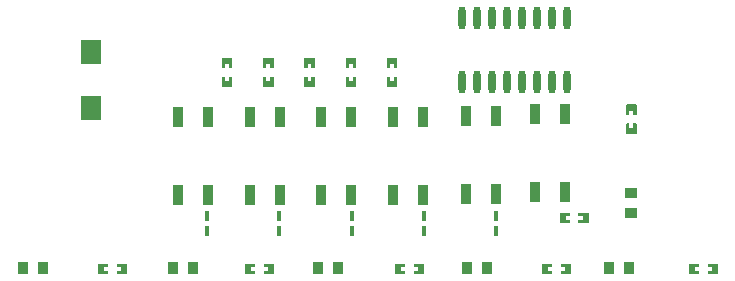
<source format=gtp>
G04 Layer: TopPasteMaskLayer*
G04 EasyEDA v6.5.29, 2023-07-15 16:34:33*
G04 ff16eedd4ae041ca9ad6f45f5caac9ae,10*
G04 Gerber Generator version 0.2*
G04 Scale: 100 percent, Rotated: No, Reflected: No *
G04 Dimensions in millimeters *
G04 leading zeros omitted , absolute positions ,4 integer and 5 decimal *
%FSLAX45Y45*%
%MOMM*%

%AMMACRO1*21,1,$1,$2,0,0,$3*%
%ADD10MACRO1,0.36X0.93X0.0000*%
%ADD11MACRO1,1.62X2.0464X0.0000*%
%ADD12R,0.8999X1.0000*%
%ADD13R,1.0000X0.8999*%
%ADD14R,0.9500X1.7000*%
%ADD15O,0.6020054X1.9709892*%
%ADD16O,0.0109X1.9709892*%

%LPD*%
G36*
X6160922Y6496608D02*
G01*
X6155893Y6491579D01*
X6155893Y6468821D01*
X6192875Y6468821D01*
X6192875Y6435801D01*
X6155893Y6435801D01*
X6155893Y6411620D01*
X6160922Y6406591D01*
X6240881Y6406591D01*
X6245910Y6411620D01*
X6245910Y6491579D01*
X6240881Y6496608D01*
G37*
G36*
X6001918Y6496608D02*
G01*
X5996889Y6491579D01*
X5996889Y6411620D01*
X6001918Y6406591D01*
X6080912Y6406591D01*
X6085890Y6411620D01*
X6085890Y6435801D01*
X6047892Y6435801D01*
X6047892Y6468821D01*
X6085890Y6468821D01*
X6085890Y6491579D01*
X6080912Y6496608D01*
G37*
G36*
X3490620Y7808010D02*
G01*
X3485591Y7802981D01*
X3485591Y7723022D01*
X3490620Y7717993D01*
X3513429Y7717993D01*
X3513429Y7755026D01*
X3546398Y7755026D01*
X3546398Y7717993D01*
X3570630Y7717993D01*
X3575608Y7723022D01*
X3575608Y7802981D01*
X3570630Y7808010D01*
G37*
G36*
X3490620Y7647990D02*
G01*
X3485591Y7643012D01*
X3485591Y7564018D01*
X3490620Y7558989D01*
X3570630Y7558989D01*
X3575608Y7564018D01*
X3575608Y7643012D01*
X3570630Y7647990D01*
X3546398Y7647990D01*
X3546398Y7609992D01*
X3513429Y7609992D01*
X3513429Y7647990D01*
G37*
G36*
X3141370Y7808010D02*
G01*
X3136341Y7802981D01*
X3136341Y7723022D01*
X3141370Y7717993D01*
X3164128Y7717993D01*
X3164128Y7755026D01*
X3197148Y7755026D01*
X3197148Y7717993D01*
X3221329Y7717993D01*
X3226358Y7723022D01*
X3226358Y7802981D01*
X3221329Y7808010D01*
G37*
G36*
X3141370Y7647990D02*
G01*
X3136341Y7643012D01*
X3136341Y7564018D01*
X3141370Y7558989D01*
X3221329Y7558989D01*
X3226358Y7564018D01*
X3226358Y7643012D01*
X3221329Y7647990D01*
X3197148Y7647990D01*
X3197148Y7609992D01*
X3164128Y7609992D01*
X3164128Y7647990D01*
G37*
G36*
X3839870Y7808010D02*
G01*
X3834841Y7802981D01*
X3834841Y7723022D01*
X3839870Y7717993D01*
X3862628Y7717993D01*
X3862628Y7755026D01*
X3895648Y7755026D01*
X3895648Y7717993D01*
X3919829Y7717993D01*
X3924858Y7723022D01*
X3924858Y7802981D01*
X3919829Y7808010D01*
G37*
G36*
X3839870Y7647990D02*
G01*
X3834841Y7643012D01*
X3834841Y7564018D01*
X3839870Y7558989D01*
X3919829Y7558989D01*
X3924858Y7564018D01*
X3924858Y7643012D01*
X3919829Y7647990D01*
X3895648Y7647990D01*
X3895648Y7609992D01*
X3862628Y7609992D01*
X3862628Y7647990D01*
G37*
G36*
X4538370Y7808010D02*
G01*
X4533341Y7802981D01*
X4533341Y7723022D01*
X4538370Y7717993D01*
X4561128Y7717993D01*
X4561128Y7755026D01*
X4594148Y7755026D01*
X4594148Y7717993D01*
X4618329Y7717993D01*
X4623358Y7723022D01*
X4623358Y7802981D01*
X4618329Y7808010D01*
G37*
G36*
X4538370Y7647990D02*
G01*
X4533341Y7643012D01*
X4533341Y7564018D01*
X4538370Y7558989D01*
X4618329Y7558989D01*
X4623358Y7564018D01*
X4623358Y7643012D01*
X4618329Y7647990D01*
X4594148Y7647990D01*
X4594148Y7609992D01*
X4561128Y7609992D01*
X4561128Y7647990D01*
G37*
G36*
X4189120Y7808010D02*
G01*
X4184091Y7802981D01*
X4184091Y7723022D01*
X4189120Y7717993D01*
X4211878Y7717993D01*
X4211878Y7755026D01*
X4244898Y7755026D01*
X4244898Y7717993D01*
X4269079Y7717993D01*
X4274108Y7723022D01*
X4274108Y7802981D01*
X4269079Y7808010D01*
G37*
G36*
X4189120Y7647990D02*
G01*
X4184091Y7643012D01*
X4184091Y7564018D01*
X4189120Y7558989D01*
X4269079Y7558989D01*
X4274108Y7564018D01*
X4274108Y7643012D01*
X4269079Y7647990D01*
X4244898Y7647990D01*
X4244898Y7609992D01*
X4211878Y7609992D01*
X4211878Y7647990D01*
G37*
G36*
X3334918Y6064808D02*
G01*
X3329889Y6059779D01*
X3329889Y5979820D01*
X3334918Y5974791D01*
X3414877Y5974791D01*
X3419906Y5979820D01*
X3419906Y6002578D01*
X3382924Y6002578D01*
X3382924Y6035598D01*
X3419906Y6035598D01*
X3419906Y6059779D01*
X3414877Y6064808D01*
G37*
G36*
X3494887Y6064808D02*
G01*
X3489909Y6059779D01*
X3489909Y6035598D01*
X3527907Y6035598D01*
X3527907Y6002578D01*
X3489909Y6002578D01*
X3489909Y5979820D01*
X3494887Y5974791D01*
X3573881Y5974791D01*
X3578910Y5979820D01*
X3578910Y6059779D01*
X3573881Y6064808D01*
G37*
G36*
X2090318Y6064808D02*
G01*
X2085289Y6059779D01*
X2085289Y5979820D01*
X2090318Y5974791D01*
X2170277Y5974791D01*
X2175306Y5979820D01*
X2175306Y6002578D01*
X2138324Y6002578D01*
X2138324Y6035598D01*
X2175306Y6035598D01*
X2175306Y6059779D01*
X2170277Y6064808D01*
G37*
G36*
X2250287Y6064808D02*
G01*
X2245309Y6059779D01*
X2245309Y6035598D01*
X2283307Y6035598D01*
X2283307Y6002578D01*
X2245309Y6002578D01*
X2245309Y5979820D01*
X2250287Y5974791D01*
X2329281Y5974791D01*
X2334310Y5979820D01*
X2334310Y6059779D01*
X2329281Y6064808D01*
G37*
G36*
X4604918Y6064808D02*
G01*
X4599889Y6059779D01*
X4599889Y5979820D01*
X4604918Y5974791D01*
X4684877Y5974791D01*
X4689906Y5979820D01*
X4689906Y6002578D01*
X4652924Y6002578D01*
X4652924Y6035598D01*
X4689906Y6035598D01*
X4689906Y6059779D01*
X4684877Y6064808D01*
G37*
G36*
X4764887Y6064808D02*
G01*
X4759909Y6059779D01*
X4759909Y6035598D01*
X4797907Y6035598D01*
X4797907Y6002578D01*
X4759909Y6002578D01*
X4759909Y5979820D01*
X4764887Y5974791D01*
X4843881Y5974791D01*
X4848910Y5979820D01*
X4848910Y6059779D01*
X4843881Y6064808D01*
G37*
G36*
X5849518Y6064808D02*
G01*
X5844489Y6059779D01*
X5844489Y5979820D01*
X5849518Y5974791D01*
X5929477Y5974791D01*
X5934506Y5979820D01*
X5934506Y6002578D01*
X5897524Y6002578D01*
X5897524Y6035598D01*
X5934506Y6035598D01*
X5934506Y6059779D01*
X5929477Y6064808D01*
G37*
G36*
X6009487Y6064808D02*
G01*
X6004509Y6059779D01*
X6004509Y6035598D01*
X6042507Y6035598D01*
X6042507Y6002578D01*
X6004509Y6002578D01*
X6004509Y5979820D01*
X6009487Y5974791D01*
X6088481Y5974791D01*
X6093510Y5979820D01*
X6093510Y6059779D01*
X6088481Y6064808D01*
G37*
G36*
X7094118Y6064808D02*
G01*
X7089089Y6059779D01*
X7089089Y5979820D01*
X7094118Y5974791D01*
X7174077Y5974791D01*
X7179106Y5979820D01*
X7179106Y6002578D01*
X7142124Y6002578D01*
X7142124Y6035598D01*
X7179106Y6035598D01*
X7179106Y6059779D01*
X7174077Y6064808D01*
G37*
G36*
X7254087Y6064808D02*
G01*
X7249109Y6059779D01*
X7249109Y6035598D01*
X7287107Y6035598D01*
X7287107Y6002578D01*
X7249109Y6002578D01*
X7249109Y5979820D01*
X7254087Y5974791D01*
X7333081Y5974791D01*
X7338110Y5979820D01*
X7338110Y6059779D01*
X7333081Y6064808D01*
G37*
G36*
X6564020Y7414310D02*
G01*
X6558991Y7409281D01*
X6558991Y7329322D01*
X6564020Y7324293D01*
X6586778Y7324293D01*
X6586778Y7361326D01*
X6619798Y7361326D01*
X6619798Y7324293D01*
X6643979Y7324293D01*
X6649008Y7329322D01*
X6649008Y7409281D01*
X6643979Y7414310D01*
G37*
G36*
X6564020Y7254290D02*
G01*
X6558991Y7249312D01*
X6558991Y7170318D01*
X6564020Y7165289D01*
X6643979Y7165289D01*
X6649008Y7170318D01*
X6649008Y7249312D01*
X6643979Y7254290D01*
X6619798Y7254290D01*
X6619798Y7216292D01*
X6586778Y7216292D01*
X6586778Y7254290D01*
G37*
D10*
G01*
X4235467Y6464300D03*
G01*
X4235467Y6337300D03*
G01*
X3009900Y6337300D03*
G01*
X3009900Y6464300D03*
G01*
X4848197Y6337300D03*
G01*
X4848197Y6464300D03*
G01*
X5461000Y6464300D03*
G01*
X5461000Y6337300D03*
G01*
X3622702Y6464300D03*
G01*
X3622702Y6337300D03*
D11*
G01*
X2031062Y7860388D03*
G01*
X2032942Y7379591D03*
D12*
G01*
X2891696Y6026739D03*
G01*
X2721693Y6026739D03*
G01*
X1621696Y6026739D03*
G01*
X1451693Y6026739D03*
G01*
X4123596Y6026739D03*
G01*
X3953593Y6026739D03*
G01*
X5380896Y6026739D03*
G01*
X5210893Y6026739D03*
G01*
X6587396Y6026739D03*
G01*
X6417393Y6026739D03*
D13*
G01*
X6604000Y6663596D03*
G01*
X6604000Y6493593D03*
D14*
G01*
X2766059Y6650177D03*
G01*
X3020059Y6650177D03*
G01*
X3020059Y7310170D03*
G01*
X2766059Y7310170D03*
G01*
X3372131Y6650177D03*
G01*
X3626131Y6650177D03*
G01*
X3626131Y7310170D03*
G01*
X3372131Y7310170D03*
G01*
X3978219Y6650177D03*
G01*
X4232219Y6650177D03*
G01*
X4232219Y7310170D03*
G01*
X3978219Y7310170D03*
G01*
X4584303Y6650177D03*
G01*
X4838303Y6650177D03*
G01*
X4838303Y7310170D03*
G01*
X4584303Y7310170D03*
G01*
X5207000Y6655003D03*
G01*
X5461000Y6655003D03*
G01*
X5461000Y7314996D03*
G01*
X5207000Y7314996D03*
G01*
X6045200Y7327696D03*
G01*
X5791200Y7327696D03*
G01*
X5791200Y6667703D03*
G01*
X6045200Y6667703D03*
D15*
G01*
X5168900Y7600442D03*
G01*
X5295900Y7600442D03*
G01*
X5422900Y7600442D03*
G01*
X5549900Y7600442D03*
G01*
X5676900Y7600442D03*
G01*
X5803900Y7600442D03*
G01*
X5930900Y7600442D03*
G01*
X6057900Y7600442D03*
G01*
X5168900Y8147558D03*
G01*
X5295900Y8147558D03*
G01*
X5422900Y8147558D03*
G01*
X5549900Y8147558D03*
G01*
X5676900Y8147558D03*
G01*
X5803900Y8147558D03*
G01*
X5930900Y8147558D03*
G01*
X6057900Y8147558D03*
M02*

</source>
